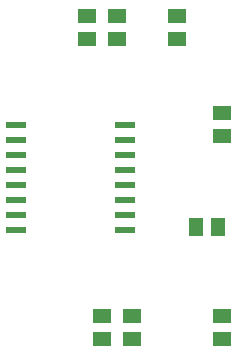
<source format=gbr>
G04 EAGLE Gerber RS-274X export*
G75*
%MOMM*%
%FSLAX34Y34*%
%LPD*%
%INSolderpaste Bottom*%
%IPPOS*%
%AMOC8*
5,1,8,0,0,1.08239X$1,22.5*%
G01*
%ADD10R,1.500000X1.300000*%
%ADD11R,1.300000X1.500000*%
%ADD12R,1.752400X0.561900*%


D10*
X546100Y479400D03*
X546100Y460400D03*
X584200Y378500D03*
X584200Y397500D03*
D11*
X581000Y300990D03*
X562000Y300990D03*
D10*
X508000Y206400D03*
X508000Y225400D03*
X482600Y206400D03*
X482600Y225400D03*
X495300Y479400D03*
X495300Y460400D03*
X469900Y479400D03*
X469900Y460400D03*
D12*
X409894Y298450D03*
X409894Y311150D03*
X409894Y323850D03*
X409894Y336550D03*
X409894Y349250D03*
X409894Y361950D03*
X409894Y374650D03*
X409894Y387350D03*
X501966Y387350D03*
X501966Y374650D03*
X501966Y361950D03*
X501966Y349250D03*
X501966Y336550D03*
X501966Y323850D03*
X501966Y311150D03*
X501966Y298450D03*
D10*
X584200Y225400D03*
X584200Y206400D03*
M02*

</source>
